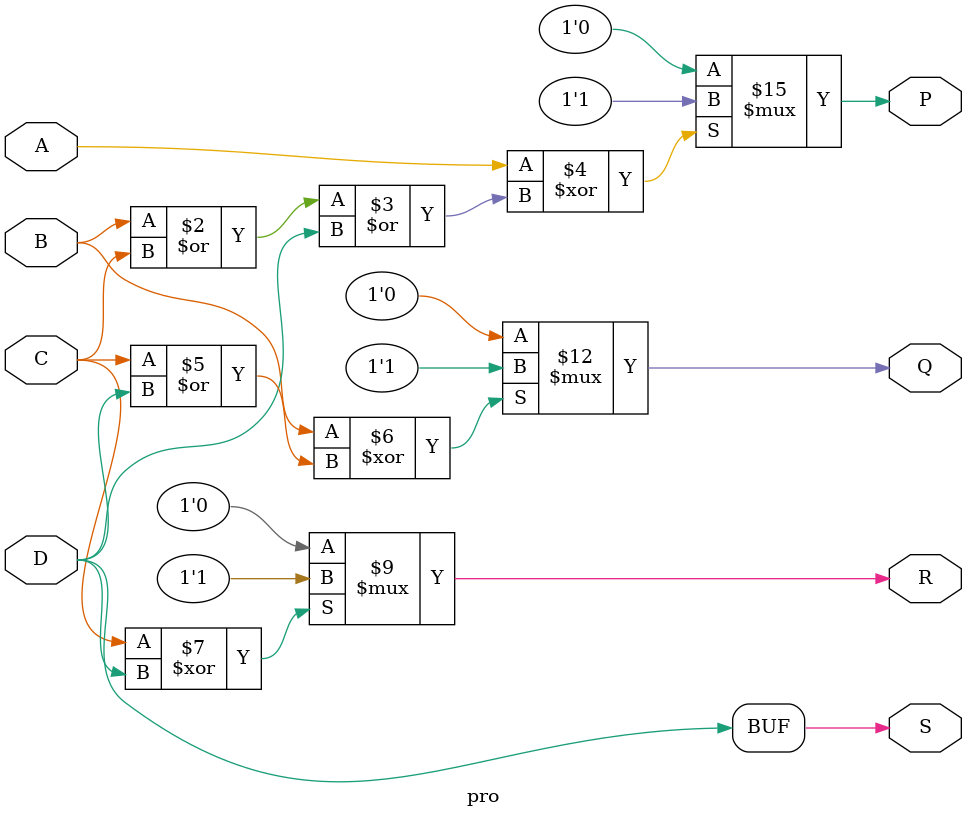
<source format=v>
module pro(input A,B,C,D, output reg P,Q,R,S);
always@(A,B,C,D)begin
P=0;
Q=0;
R=0;
S=D;
if(A ^ (B | C | D)) P = 1;
if(B ^ ( C | D )) Q = 1;
if(C^D) R = 1;
end 
endmodule 

</source>
